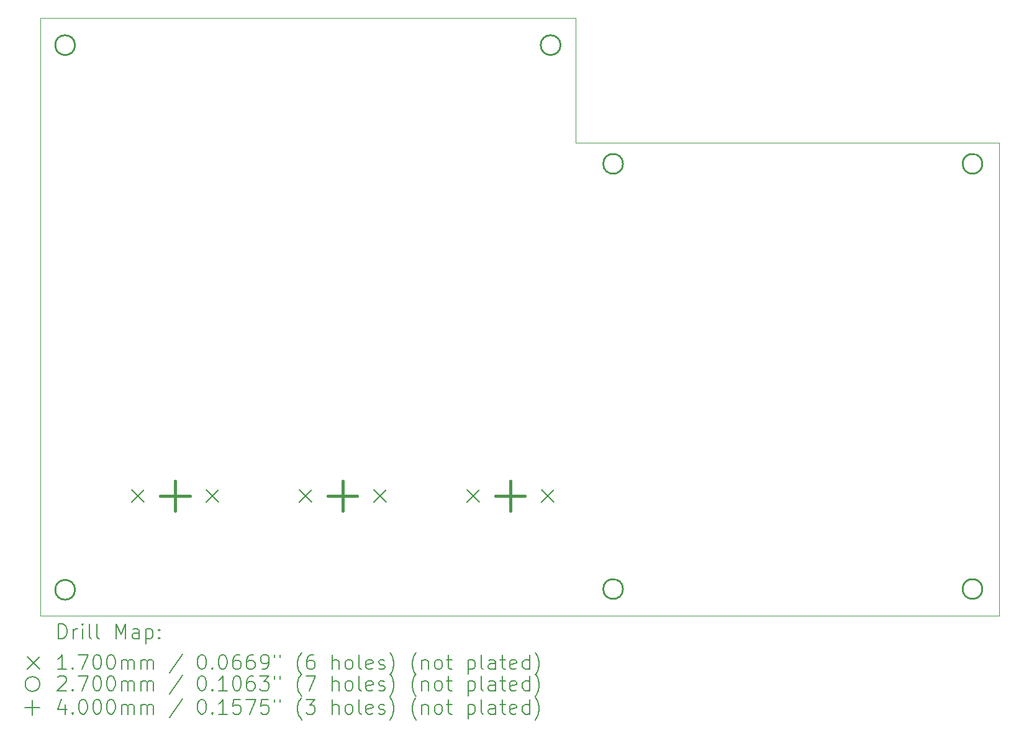
<source format=gbr>
%TF.GenerationSoftware,KiCad,Pcbnew,6.0.11*%
%TF.CreationDate,2024-07-23T18:38:11-05:00*%
%TF.ProjectId,minidexed,6d696e69-6465-4786-9564-2e6b69636164,rev?*%
%TF.SameCoordinates,Original*%
%TF.FileFunction,Drillmap*%
%TF.FilePolarity,Positive*%
%FSLAX45Y45*%
G04 Gerber Fmt 4.5, Leading zero omitted, Abs format (unit mm)*
G04 Created by KiCad (PCBNEW 6.0.11) date 2024-07-23 18:38:11*
%MOMM*%
%LPD*%
G01*
G04 APERTURE LIST*
%ADD10C,0.100000*%
%ADD11C,0.200000*%
%ADD12C,0.170000*%
%ADD13C,0.270000*%
%ADD14C,0.400000*%
G04 APERTURE END LIST*
D10*
X22525000Y-7600000D02*
X22525000Y-14050000D01*
X9450000Y-14050000D02*
X9450000Y-5900000D01*
X16750000Y-7600000D02*
X22525000Y-7600000D01*
X22525000Y-14050000D02*
X9450000Y-14050000D01*
X9450000Y-5900000D02*
X16750000Y-5900000D01*
X16750000Y-5900000D02*
X16750000Y-7600000D01*
D11*
D12*
X10697000Y-12335000D02*
X10867000Y-12505000D01*
X10867000Y-12335000D02*
X10697000Y-12505000D01*
X11713000Y-12335000D02*
X11883000Y-12505000D01*
X11883000Y-12335000D02*
X11713000Y-12505000D01*
X12982000Y-12335000D02*
X13152000Y-12505000D01*
X13152000Y-12335000D02*
X12982000Y-12505000D01*
X13998000Y-12335000D02*
X14168000Y-12505000D01*
X14168000Y-12335000D02*
X13998000Y-12505000D01*
X15267000Y-12335000D02*
X15437000Y-12505000D01*
X15437000Y-12335000D02*
X15267000Y-12505000D01*
X16283000Y-12335000D02*
X16453000Y-12505000D01*
X16453000Y-12335000D02*
X16283000Y-12505000D01*
D13*
X9925000Y-6270000D02*
G75*
G03*
X9925000Y-6270000I-135000J0D01*
G01*
X9925000Y-13700000D02*
G75*
G03*
X9925000Y-13700000I-135000J0D01*
G01*
X16545000Y-6270000D02*
G75*
G03*
X16545000Y-6270000I-135000J0D01*
G01*
X17396840Y-7889240D02*
G75*
G03*
X17396840Y-7889240I-135000J0D01*
G01*
X17396840Y-13689240D02*
G75*
G03*
X17396840Y-13689240I-135000J0D01*
G01*
X22296840Y-7889240D02*
G75*
G03*
X22296840Y-7889240I-135000J0D01*
G01*
X22296840Y-13689240D02*
G75*
G03*
X22296840Y-13689240I-135000J0D01*
G01*
D14*
X11290000Y-12220000D02*
X11290000Y-12620000D01*
X11090000Y-12420000D02*
X11490000Y-12420000D01*
X13575000Y-12220000D02*
X13575000Y-12620000D01*
X13375000Y-12420000D02*
X13775000Y-12420000D01*
X15860000Y-12220000D02*
X15860000Y-12620000D01*
X15660000Y-12420000D02*
X16060000Y-12420000D01*
D11*
X9702619Y-14365476D02*
X9702619Y-14165476D01*
X9750238Y-14165476D01*
X9778810Y-14175000D01*
X9797857Y-14194048D01*
X9807381Y-14213095D01*
X9816905Y-14251190D01*
X9816905Y-14279762D01*
X9807381Y-14317857D01*
X9797857Y-14336905D01*
X9778810Y-14355952D01*
X9750238Y-14365476D01*
X9702619Y-14365476D01*
X9902619Y-14365476D02*
X9902619Y-14232143D01*
X9902619Y-14270238D02*
X9912143Y-14251190D01*
X9921667Y-14241667D01*
X9940714Y-14232143D01*
X9959762Y-14232143D01*
X10026429Y-14365476D02*
X10026429Y-14232143D01*
X10026429Y-14165476D02*
X10016905Y-14175000D01*
X10026429Y-14184524D01*
X10035952Y-14175000D01*
X10026429Y-14165476D01*
X10026429Y-14184524D01*
X10150238Y-14365476D02*
X10131190Y-14355952D01*
X10121667Y-14336905D01*
X10121667Y-14165476D01*
X10255000Y-14365476D02*
X10235952Y-14355952D01*
X10226429Y-14336905D01*
X10226429Y-14165476D01*
X10483571Y-14365476D02*
X10483571Y-14165476D01*
X10550238Y-14308333D01*
X10616905Y-14165476D01*
X10616905Y-14365476D01*
X10797857Y-14365476D02*
X10797857Y-14260714D01*
X10788333Y-14241667D01*
X10769286Y-14232143D01*
X10731190Y-14232143D01*
X10712143Y-14241667D01*
X10797857Y-14355952D02*
X10778810Y-14365476D01*
X10731190Y-14365476D01*
X10712143Y-14355952D01*
X10702619Y-14336905D01*
X10702619Y-14317857D01*
X10712143Y-14298809D01*
X10731190Y-14289286D01*
X10778810Y-14289286D01*
X10797857Y-14279762D01*
X10893095Y-14232143D02*
X10893095Y-14432143D01*
X10893095Y-14241667D02*
X10912143Y-14232143D01*
X10950238Y-14232143D01*
X10969286Y-14241667D01*
X10978810Y-14251190D01*
X10988333Y-14270238D01*
X10988333Y-14327381D01*
X10978810Y-14346428D01*
X10969286Y-14355952D01*
X10950238Y-14365476D01*
X10912143Y-14365476D01*
X10893095Y-14355952D01*
X11074048Y-14346428D02*
X11083571Y-14355952D01*
X11074048Y-14365476D01*
X11064524Y-14355952D01*
X11074048Y-14346428D01*
X11074048Y-14365476D01*
X11074048Y-14241667D02*
X11083571Y-14251190D01*
X11074048Y-14260714D01*
X11064524Y-14251190D01*
X11074048Y-14241667D01*
X11074048Y-14260714D01*
D12*
X9275000Y-14610000D02*
X9445000Y-14780000D01*
X9445000Y-14610000D02*
X9275000Y-14780000D01*
D11*
X9807381Y-14785476D02*
X9693095Y-14785476D01*
X9750238Y-14785476D02*
X9750238Y-14585476D01*
X9731190Y-14614048D01*
X9712143Y-14633095D01*
X9693095Y-14642619D01*
X9893095Y-14766428D02*
X9902619Y-14775952D01*
X9893095Y-14785476D01*
X9883571Y-14775952D01*
X9893095Y-14766428D01*
X9893095Y-14785476D01*
X9969286Y-14585476D02*
X10102619Y-14585476D01*
X10016905Y-14785476D01*
X10216905Y-14585476D02*
X10235952Y-14585476D01*
X10255000Y-14595000D01*
X10264524Y-14604524D01*
X10274048Y-14623571D01*
X10283571Y-14661667D01*
X10283571Y-14709286D01*
X10274048Y-14747381D01*
X10264524Y-14766428D01*
X10255000Y-14775952D01*
X10235952Y-14785476D01*
X10216905Y-14785476D01*
X10197857Y-14775952D01*
X10188333Y-14766428D01*
X10178810Y-14747381D01*
X10169286Y-14709286D01*
X10169286Y-14661667D01*
X10178810Y-14623571D01*
X10188333Y-14604524D01*
X10197857Y-14595000D01*
X10216905Y-14585476D01*
X10407381Y-14585476D02*
X10426429Y-14585476D01*
X10445476Y-14595000D01*
X10455000Y-14604524D01*
X10464524Y-14623571D01*
X10474048Y-14661667D01*
X10474048Y-14709286D01*
X10464524Y-14747381D01*
X10455000Y-14766428D01*
X10445476Y-14775952D01*
X10426429Y-14785476D01*
X10407381Y-14785476D01*
X10388333Y-14775952D01*
X10378810Y-14766428D01*
X10369286Y-14747381D01*
X10359762Y-14709286D01*
X10359762Y-14661667D01*
X10369286Y-14623571D01*
X10378810Y-14604524D01*
X10388333Y-14595000D01*
X10407381Y-14585476D01*
X10559762Y-14785476D02*
X10559762Y-14652143D01*
X10559762Y-14671190D02*
X10569286Y-14661667D01*
X10588333Y-14652143D01*
X10616905Y-14652143D01*
X10635952Y-14661667D01*
X10645476Y-14680714D01*
X10645476Y-14785476D01*
X10645476Y-14680714D02*
X10655000Y-14661667D01*
X10674048Y-14652143D01*
X10702619Y-14652143D01*
X10721667Y-14661667D01*
X10731190Y-14680714D01*
X10731190Y-14785476D01*
X10826429Y-14785476D02*
X10826429Y-14652143D01*
X10826429Y-14671190D02*
X10835952Y-14661667D01*
X10855000Y-14652143D01*
X10883571Y-14652143D01*
X10902619Y-14661667D01*
X10912143Y-14680714D01*
X10912143Y-14785476D01*
X10912143Y-14680714D02*
X10921667Y-14661667D01*
X10940714Y-14652143D01*
X10969286Y-14652143D01*
X10988333Y-14661667D01*
X10997857Y-14680714D01*
X10997857Y-14785476D01*
X11388333Y-14575952D02*
X11216905Y-14833095D01*
X11645476Y-14585476D02*
X11664524Y-14585476D01*
X11683571Y-14595000D01*
X11693095Y-14604524D01*
X11702619Y-14623571D01*
X11712143Y-14661667D01*
X11712143Y-14709286D01*
X11702619Y-14747381D01*
X11693095Y-14766428D01*
X11683571Y-14775952D01*
X11664524Y-14785476D01*
X11645476Y-14785476D01*
X11626428Y-14775952D01*
X11616905Y-14766428D01*
X11607381Y-14747381D01*
X11597857Y-14709286D01*
X11597857Y-14661667D01*
X11607381Y-14623571D01*
X11616905Y-14604524D01*
X11626428Y-14595000D01*
X11645476Y-14585476D01*
X11797857Y-14766428D02*
X11807381Y-14775952D01*
X11797857Y-14785476D01*
X11788333Y-14775952D01*
X11797857Y-14766428D01*
X11797857Y-14785476D01*
X11931190Y-14585476D02*
X11950238Y-14585476D01*
X11969286Y-14595000D01*
X11978809Y-14604524D01*
X11988333Y-14623571D01*
X11997857Y-14661667D01*
X11997857Y-14709286D01*
X11988333Y-14747381D01*
X11978809Y-14766428D01*
X11969286Y-14775952D01*
X11950238Y-14785476D01*
X11931190Y-14785476D01*
X11912143Y-14775952D01*
X11902619Y-14766428D01*
X11893095Y-14747381D01*
X11883571Y-14709286D01*
X11883571Y-14661667D01*
X11893095Y-14623571D01*
X11902619Y-14604524D01*
X11912143Y-14595000D01*
X11931190Y-14585476D01*
X12169286Y-14585476D02*
X12131190Y-14585476D01*
X12112143Y-14595000D01*
X12102619Y-14604524D01*
X12083571Y-14633095D01*
X12074048Y-14671190D01*
X12074048Y-14747381D01*
X12083571Y-14766428D01*
X12093095Y-14775952D01*
X12112143Y-14785476D01*
X12150238Y-14785476D01*
X12169286Y-14775952D01*
X12178809Y-14766428D01*
X12188333Y-14747381D01*
X12188333Y-14699762D01*
X12178809Y-14680714D01*
X12169286Y-14671190D01*
X12150238Y-14661667D01*
X12112143Y-14661667D01*
X12093095Y-14671190D01*
X12083571Y-14680714D01*
X12074048Y-14699762D01*
X12359762Y-14585476D02*
X12321667Y-14585476D01*
X12302619Y-14595000D01*
X12293095Y-14604524D01*
X12274048Y-14633095D01*
X12264524Y-14671190D01*
X12264524Y-14747381D01*
X12274048Y-14766428D01*
X12283571Y-14775952D01*
X12302619Y-14785476D01*
X12340714Y-14785476D01*
X12359762Y-14775952D01*
X12369286Y-14766428D01*
X12378809Y-14747381D01*
X12378809Y-14699762D01*
X12369286Y-14680714D01*
X12359762Y-14671190D01*
X12340714Y-14661667D01*
X12302619Y-14661667D01*
X12283571Y-14671190D01*
X12274048Y-14680714D01*
X12264524Y-14699762D01*
X12474048Y-14785476D02*
X12512143Y-14785476D01*
X12531190Y-14775952D01*
X12540714Y-14766428D01*
X12559762Y-14737857D01*
X12569286Y-14699762D01*
X12569286Y-14623571D01*
X12559762Y-14604524D01*
X12550238Y-14595000D01*
X12531190Y-14585476D01*
X12493095Y-14585476D01*
X12474048Y-14595000D01*
X12464524Y-14604524D01*
X12455000Y-14623571D01*
X12455000Y-14671190D01*
X12464524Y-14690238D01*
X12474048Y-14699762D01*
X12493095Y-14709286D01*
X12531190Y-14709286D01*
X12550238Y-14699762D01*
X12559762Y-14690238D01*
X12569286Y-14671190D01*
X12645476Y-14585476D02*
X12645476Y-14623571D01*
X12721667Y-14585476D02*
X12721667Y-14623571D01*
X13016905Y-14861667D02*
X13007381Y-14852143D01*
X12988333Y-14823571D01*
X12978809Y-14804524D01*
X12969286Y-14775952D01*
X12959762Y-14728333D01*
X12959762Y-14690238D01*
X12969286Y-14642619D01*
X12978809Y-14614048D01*
X12988333Y-14595000D01*
X13007381Y-14566428D01*
X13016905Y-14556905D01*
X13178809Y-14585476D02*
X13140714Y-14585476D01*
X13121667Y-14595000D01*
X13112143Y-14604524D01*
X13093095Y-14633095D01*
X13083571Y-14671190D01*
X13083571Y-14747381D01*
X13093095Y-14766428D01*
X13102619Y-14775952D01*
X13121667Y-14785476D01*
X13159762Y-14785476D01*
X13178809Y-14775952D01*
X13188333Y-14766428D01*
X13197857Y-14747381D01*
X13197857Y-14699762D01*
X13188333Y-14680714D01*
X13178809Y-14671190D01*
X13159762Y-14661667D01*
X13121667Y-14661667D01*
X13102619Y-14671190D01*
X13093095Y-14680714D01*
X13083571Y-14699762D01*
X13435952Y-14785476D02*
X13435952Y-14585476D01*
X13521667Y-14785476D02*
X13521667Y-14680714D01*
X13512143Y-14661667D01*
X13493095Y-14652143D01*
X13464524Y-14652143D01*
X13445476Y-14661667D01*
X13435952Y-14671190D01*
X13645476Y-14785476D02*
X13626428Y-14775952D01*
X13616905Y-14766428D01*
X13607381Y-14747381D01*
X13607381Y-14690238D01*
X13616905Y-14671190D01*
X13626428Y-14661667D01*
X13645476Y-14652143D01*
X13674048Y-14652143D01*
X13693095Y-14661667D01*
X13702619Y-14671190D01*
X13712143Y-14690238D01*
X13712143Y-14747381D01*
X13702619Y-14766428D01*
X13693095Y-14775952D01*
X13674048Y-14785476D01*
X13645476Y-14785476D01*
X13826428Y-14785476D02*
X13807381Y-14775952D01*
X13797857Y-14756905D01*
X13797857Y-14585476D01*
X13978809Y-14775952D02*
X13959762Y-14785476D01*
X13921667Y-14785476D01*
X13902619Y-14775952D01*
X13893095Y-14756905D01*
X13893095Y-14680714D01*
X13902619Y-14661667D01*
X13921667Y-14652143D01*
X13959762Y-14652143D01*
X13978809Y-14661667D01*
X13988333Y-14680714D01*
X13988333Y-14699762D01*
X13893095Y-14718809D01*
X14064524Y-14775952D02*
X14083571Y-14785476D01*
X14121667Y-14785476D01*
X14140714Y-14775952D01*
X14150238Y-14756905D01*
X14150238Y-14747381D01*
X14140714Y-14728333D01*
X14121667Y-14718809D01*
X14093095Y-14718809D01*
X14074048Y-14709286D01*
X14064524Y-14690238D01*
X14064524Y-14680714D01*
X14074048Y-14661667D01*
X14093095Y-14652143D01*
X14121667Y-14652143D01*
X14140714Y-14661667D01*
X14216905Y-14861667D02*
X14226428Y-14852143D01*
X14245476Y-14823571D01*
X14255000Y-14804524D01*
X14264524Y-14775952D01*
X14274048Y-14728333D01*
X14274048Y-14690238D01*
X14264524Y-14642619D01*
X14255000Y-14614048D01*
X14245476Y-14595000D01*
X14226428Y-14566428D01*
X14216905Y-14556905D01*
X14578809Y-14861667D02*
X14569286Y-14852143D01*
X14550238Y-14823571D01*
X14540714Y-14804524D01*
X14531190Y-14775952D01*
X14521667Y-14728333D01*
X14521667Y-14690238D01*
X14531190Y-14642619D01*
X14540714Y-14614048D01*
X14550238Y-14595000D01*
X14569286Y-14566428D01*
X14578809Y-14556905D01*
X14655000Y-14652143D02*
X14655000Y-14785476D01*
X14655000Y-14671190D02*
X14664524Y-14661667D01*
X14683571Y-14652143D01*
X14712143Y-14652143D01*
X14731190Y-14661667D01*
X14740714Y-14680714D01*
X14740714Y-14785476D01*
X14864524Y-14785476D02*
X14845476Y-14775952D01*
X14835952Y-14766428D01*
X14826428Y-14747381D01*
X14826428Y-14690238D01*
X14835952Y-14671190D01*
X14845476Y-14661667D01*
X14864524Y-14652143D01*
X14893095Y-14652143D01*
X14912143Y-14661667D01*
X14921667Y-14671190D01*
X14931190Y-14690238D01*
X14931190Y-14747381D01*
X14921667Y-14766428D01*
X14912143Y-14775952D01*
X14893095Y-14785476D01*
X14864524Y-14785476D01*
X14988333Y-14652143D02*
X15064524Y-14652143D01*
X15016905Y-14585476D02*
X15016905Y-14756905D01*
X15026428Y-14775952D01*
X15045476Y-14785476D01*
X15064524Y-14785476D01*
X15283571Y-14652143D02*
X15283571Y-14852143D01*
X15283571Y-14661667D02*
X15302619Y-14652143D01*
X15340714Y-14652143D01*
X15359762Y-14661667D01*
X15369286Y-14671190D01*
X15378809Y-14690238D01*
X15378809Y-14747381D01*
X15369286Y-14766428D01*
X15359762Y-14775952D01*
X15340714Y-14785476D01*
X15302619Y-14785476D01*
X15283571Y-14775952D01*
X15493095Y-14785476D02*
X15474048Y-14775952D01*
X15464524Y-14756905D01*
X15464524Y-14585476D01*
X15655000Y-14785476D02*
X15655000Y-14680714D01*
X15645476Y-14661667D01*
X15626428Y-14652143D01*
X15588333Y-14652143D01*
X15569286Y-14661667D01*
X15655000Y-14775952D02*
X15635952Y-14785476D01*
X15588333Y-14785476D01*
X15569286Y-14775952D01*
X15559762Y-14756905D01*
X15559762Y-14737857D01*
X15569286Y-14718809D01*
X15588333Y-14709286D01*
X15635952Y-14709286D01*
X15655000Y-14699762D01*
X15721667Y-14652143D02*
X15797857Y-14652143D01*
X15750238Y-14585476D02*
X15750238Y-14756905D01*
X15759762Y-14775952D01*
X15778809Y-14785476D01*
X15797857Y-14785476D01*
X15940714Y-14775952D02*
X15921667Y-14785476D01*
X15883571Y-14785476D01*
X15864524Y-14775952D01*
X15855000Y-14756905D01*
X15855000Y-14680714D01*
X15864524Y-14661667D01*
X15883571Y-14652143D01*
X15921667Y-14652143D01*
X15940714Y-14661667D01*
X15950238Y-14680714D01*
X15950238Y-14699762D01*
X15855000Y-14718809D01*
X16121667Y-14785476D02*
X16121667Y-14585476D01*
X16121667Y-14775952D02*
X16102619Y-14785476D01*
X16064524Y-14785476D01*
X16045476Y-14775952D01*
X16035952Y-14766428D01*
X16026428Y-14747381D01*
X16026428Y-14690238D01*
X16035952Y-14671190D01*
X16045476Y-14661667D01*
X16064524Y-14652143D01*
X16102619Y-14652143D01*
X16121667Y-14661667D01*
X16197857Y-14861667D02*
X16207381Y-14852143D01*
X16226428Y-14823571D01*
X16235952Y-14804524D01*
X16245476Y-14775952D01*
X16255000Y-14728333D01*
X16255000Y-14690238D01*
X16245476Y-14642619D01*
X16235952Y-14614048D01*
X16226428Y-14595000D01*
X16207381Y-14566428D01*
X16197857Y-14556905D01*
X9445000Y-14985000D02*
G75*
G03*
X9445000Y-14985000I-100000J0D01*
G01*
X9693095Y-14894524D02*
X9702619Y-14885000D01*
X9721667Y-14875476D01*
X9769286Y-14875476D01*
X9788333Y-14885000D01*
X9797857Y-14894524D01*
X9807381Y-14913571D01*
X9807381Y-14932619D01*
X9797857Y-14961190D01*
X9683571Y-15075476D01*
X9807381Y-15075476D01*
X9893095Y-15056428D02*
X9902619Y-15065952D01*
X9893095Y-15075476D01*
X9883571Y-15065952D01*
X9893095Y-15056428D01*
X9893095Y-15075476D01*
X9969286Y-14875476D02*
X10102619Y-14875476D01*
X10016905Y-15075476D01*
X10216905Y-14875476D02*
X10235952Y-14875476D01*
X10255000Y-14885000D01*
X10264524Y-14894524D01*
X10274048Y-14913571D01*
X10283571Y-14951667D01*
X10283571Y-14999286D01*
X10274048Y-15037381D01*
X10264524Y-15056428D01*
X10255000Y-15065952D01*
X10235952Y-15075476D01*
X10216905Y-15075476D01*
X10197857Y-15065952D01*
X10188333Y-15056428D01*
X10178810Y-15037381D01*
X10169286Y-14999286D01*
X10169286Y-14951667D01*
X10178810Y-14913571D01*
X10188333Y-14894524D01*
X10197857Y-14885000D01*
X10216905Y-14875476D01*
X10407381Y-14875476D02*
X10426429Y-14875476D01*
X10445476Y-14885000D01*
X10455000Y-14894524D01*
X10464524Y-14913571D01*
X10474048Y-14951667D01*
X10474048Y-14999286D01*
X10464524Y-15037381D01*
X10455000Y-15056428D01*
X10445476Y-15065952D01*
X10426429Y-15075476D01*
X10407381Y-15075476D01*
X10388333Y-15065952D01*
X10378810Y-15056428D01*
X10369286Y-15037381D01*
X10359762Y-14999286D01*
X10359762Y-14951667D01*
X10369286Y-14913571D01*
X10378810Y-14894524D01*
X10388333Y-14885000D01*
X10407381Y-14875476D01*
X10559762Y-15075476D02*
X10559762Y-14942143D01*
X10559762Y-14961190D02*
X10569286Y-14951667D01*
X10588333Y-14942143D01*
X10616905Y-14942143D01*
X10635952Y-14951667D01*
X10645476Y-14970714D01*
X10645476Y-15075476D01*
X10645476Y-14970714D02*
X10655000Y-14951667D01*
X10674048Y-14942143D01*
X10702619Y-14942143D01*
X10721667Y-14951667D01*
X10731190Y-14970714D01*
X10731190Y-15075476D01*
X10826429Y-15075476D02*
X10826429Y-14942143D01*
X10826429Y-14961190D02*
X10835952Y-14951667D01*
X10855000Y-14942143D01*
X10883571Y-14942143D01*
X10902619Y-14951667D01*
X10912143Y-14970714D01*
X10912143Y-15075476D01*
X10912143Y-14970714D02*
X10921667Y-14951667D01*
X10940714Y-14942143D01*
X10969286Y-14942143D01*
X10988333Y-14951667D01*
X10997857Y-14970714D01*
X10997857Y-15075476D01*
X11388333Y-14865952D02*
X11216905Y-15123095D01*
X11645476Y-14875476D02*
X11664524Y-14875476D01*
X11683571Y-14885000D01*
X11693095Y-14894524D01*
X11702619Y-14913571D01*
X11712143Y-14951667D01*
X11712143Y-14999286D01*
X11702619Y-15037381D01*
X11693095Y-15056428D01*
X11683571Y-15065952D01*
X11664524Y-15075476D01*
X11645476Y-15075476D01*
X11626428Y-15065952D01*
X11616905Y-15056428D01*
X11607381Y-15037381D01*
X11597857Y-14999286D01*
X11597857Y-14951667D01*
X11607381Y-14913571D01*
X11616905Y-14894524D01*
X11626428Y-14885000D01*
X11645476Y-14875476D01*
X11797857Y-15056428D02*
X11807381Y-15065952D01*
X11797857Y-15075476D01*
X11788333Y-15065952D01*
X11797857Y-15056428D01*
X11797857Y-15075476D01*
X11997857Y-15075476D02*
X11883571Y-15075476D01*
X11940714Y-15075476D02*
X11940714Y-14875476D01*
X11921667Y-14904048D01*
X11902619Y-14923095D01*
X11883571Y-14932619D01*
X12121667Y-14875476D02*
X12140714Y-14875476D01*
X12159762Y-14885000D01*
X12169286Y-14894524D01*
X12178809Y-14913571D01*
X12188333Y-14951667D01*
X12188333Y-14999286D01*
X12178809Y-15037381D01*
X12169286Y-15056428D01*
X12159762Y-15065952D01*
X12140714Y-15075476D01*
X12121667Y-15075476D01*
X12102619Y-15065952D01*
X12093095Y-15056428D01*
X12083571Y-15037381D01*
X12074048Y-14999286D01*
X12074048Y-14951667D01*
X12083571Y-14913571D01*
X12093095Y-14894524D01*
X12102619Y-14885000D01*
X12121667Y-14875476D01*
X12359762Y-14875476D02*
X12321667Y-14875476D01*
X12302619Y-14885000D01*
X12293095Y-14894524D01*
X12274048Y-14923095D01*
X12264524Y-14961190D01*
X12264524Y-15037381D01*
X12274048Y-15056428D01*
X12283571Y-15065952D01*
X12302619Y-15075476D01*
X12340714Y-15075476D01*
X12359762Y-15065952D01*
X12369286Y-15056428D01*
X12378809Y-15037381D01*
X12378809Y-14989762D01*
X12369286Y-14970714D01*
X12359762Y-14961190D01*
X12340714Y-14951667D01*
X12302619Y-14951667D01*
X12283571Y-14961190D01*
X12274048Y-14970714D01*
X12264524Y-14989762D01*
X12445476Y-14875476D02*
X12569286Y-14875476D01*
X12502619Y-14951667D01*
X12531190Y-14951667D01*
X12550238Y-14961190D01*
X12559762Y-14970714D01*
X12569286Y-14989762D01*
X12569286Y-15037381D01*
X12559762Y-15056428D01*
X12550238Y-15065952D01*
X12531190Y-15075476D01*
X12474048Y-15075476D01*
X12455000Y-15065952D01*
X12445476Y-15056428D01*
X12645476Y-14875476D02*
X12645476Y-14913571D01*
X12721667Y-14875476D02*
X12721667Y-14913571D01*
X13016905Y-15151667D02*
X13007381Y-15142143D01*
X12988333Y-15113571D01*
X12978809Y-15094524D01*
X12969286Y-15065952D01*
X12959762Y-15018333D01*
X12959762Y-14980238D01*
X12969286Y-14932619D01*
X12978809Y-14904048D01*
X12988333Y-14885000D01*
X13007381Y-14856428D01*
X13016905Y-14846905D01*
X13074048Y-14875476D02*
X13207381Y-14875476D01*
X13121667Y-15075476D01*
X13435952Y-15075476D02*
X13435952Y-14875476D01*
X13521667Y-15075476D02*
X13521667Y-14970714D01*
X13512143Y-14951667D01*
X13493095Y-14942143D01*
X13464524Y-14942143D01*
X13445476Y-14951667D01*
X13435952Y-14961190D01*
X13645476Y-15075476D02*
X13626428Y-15065952D01*
X13616905Y-15056428D01*
X13607381Y-15037381D01*
X13607381Y-14980238D01*
X13616905Y-14961190D01*
X13626428Y-14951667D01*
X13645476Y-14942143D01*
X13674048Y-14942143D01*
X13693095Y-14951667D01*
X13702619Y-14961190D01*
X13712143Y-14980238D01*
X13712143Y-15037381D01*
X13702619Y-15056428D01*
X13693095Y-15065952D01*
X13674048Y-15075476D01*
X13645476Y-15075476D01*
X13826428Y-15075476D02*
X13807381Y-15065952D01*
X13797857Y-15046905D01*
X13797857Y-14875476D01*
X13978809Y-15065952D02*
X13959762Y-15075476D01*
X13921667Y-15075476D01*
X13902619Y-15065952D01*
X13893095Y-15046905D01*
X13893095Y-14970714D01*
X13902619Y-14951667D01*
X13921667Y-14942143D01*
X13959762Y-14942143D01*
X13978809Y-14951667D01*
X13988333Y-14970714D01*
X13988333Y-14989762D01*
X13893095Y-15008809D01*
X14064524Y-15065952D02*
X14083571Y-15075476D01*
X14121667Y-15075476D01*
X14140714Y-15065952D01*
X14150238Y-15046905D01*
X14150238Y-15037381D01*
X14140714Y-15018333D01*
X14121667Y-15008809D01*
X14093095Y-15008809D01*
X14074048Y-14999286D01*
X14064524Y-14980238D01*
X14064524Y-14970714D01*
X14074048Y-14951667D01*
X14093095Y-14942143D01*
X14121667Y-14942143D01*
X14140714Y-14951667D01*
X14216905Y-15151667D02*
X14226428Y-15142143D01*
X14245476Y-15113571D01*
X14255000Y-15094524D01*
X14264524Y-15065952D01*
X14274048Y-15018333D01*
X14274048Y-14980238D01*
X14264524Y-14932619D01*
X14255000Y-14904048D01*
X14245476Y-14885000D01*
X14226428Y-14856428D01*
X14216905Y-14846905D01*
X14578809Y-15151667D02*
X14569286Y-15142143D01*
X14550238Y-15113571D01*
X14540714Y-15094524D01*
X14531190Y-15065952D01*
X14521667Y-15018333D01*
X14521667Y-14980238D01*
X14531190Y-14932619D01*
X14540714Y-14904048D01*
X14550238Y-14885000D01*
X14569286Y-14856428D01*
X14578809Y-14846905D01*
X14655000Y-14942143D02*
X14655000Y-15075476D01*
X14655000Y-14961190D02*
X14664524Y-14951667D01*
X14683571Y-14942143D01*
X14712143Y-14942143D01*
X14731190Y-14951667D01*
X14740714Y-14970714D01*
X14740714Y-15075476D01*
X14864524Y-15075476D02*
X14845476Y-15065952D01*
X14835952Y-15056428D01*
X14826428Y-15037381D01*
X14826428Y-14980238D01*
X14835952Y-14961190D01*
X14845476Y-14951667D01*
X14864524Y-14942143D01*
X14893095Y-14942143D01*
X14912143Y-14951667D01*
X14921667Y-14961190D01*
X14931190Y-14980238D01*
X14931190Y-15037381D01*
X14921667Y-15056428D01*
X14912143Y-15065952D01*
X14893095Y-15075476D01*
X14864524Y-15075476D01*
X14988333Y-14942143D02*
X15064524Y-14942143D01*
X15016905Y-14875476D02*
X15016905Y-15046905D01*
X15026428Y-15065952D01*
X15045476Y-15075476D01*
X15064524Y-15075476D01*
X15283571Y-14942143D02*
X15283571Y-15142143D01*
X15283571Y-14951667D02*
X15302619Y-14942143D01*
X15340714Y-14942143D01*
X15359762Y-14951667D01*
X15369286Y-14961190D01*
X15378809Y-14980238D01*
X15378809Y-15037381D01*
X15369286Y-15056428D01*
X15359762Y-15065952D01*
X15340714Y-15075476D01*
X15302619Y-15075476D01*
X15283571Y-15065952D01*
X15493095Y-15075476D02*
X15474048Y-15065952D01*
X15464524Y-15046905D01*
X15464524Y-14875476D01*
X15655000Y-15075476D02*
X15655000Y-14970714D01*
X15645476Y-14951667D01*
X15626428Y-14942143D01*
X15588333Y-14942143D01*
X15569286Y-14951667D01*
X15655000Y-15065952D02*
X15635952Y-15075476D01*
X15588333Y-15075476D01*
X15569286Y-15065952D01*
X15559762Y-15046905D01*
X15559762Y-15027857D01*
X15569286Y-15008809D01*
X15588333Y-14999286D01*
X15635952Y-14999286D01*
X15655000Y-14989762D01*
X15721667Y-14942143D02*
X15797857Y-14942143D01*
X15750238Y-14875476D02*
X15750238Y-15046905D01*
X15759762Y-15065952D01*
X15778809Y-15075476D01*
X15797857Y-15075476D01*
X15940714Y-15065952D02*
X15921667Y-15075476D01*
X15883571Y-15075476D01*
X15864524Y-15065952D01*
X15855000Y-15046905D01*
X15855000Y-14970714D01*
X15864524Y-14951667D01*
X15883571Y-14942143D01*
X15921667Y-14942143D01*
X15940714Y-14951667D01*
X15950238Y-14970714D01*
X15950238Y-14989762D01*
X15855000Y-15008809D01*
X16121667Y-15075476D02*
X16121667Y-14875476D01*
X16121667Y-15065952D02*
X16102619Y-15075476D01*
X16064524Y-15075476D01*
X16045476Y-15065952D01*
X16035952Y-15056428D01*
X16026428Y-15037381D01*
X16026428Y-14980238D01*
X16035952Y-14961190D01*
X16045476Y-14951667D01*
X16064524Y-14942143D01*
X16102619Y-14942143D01*
X16121667Y-14951667D01*
X16197857Y-15151667D02*
X16207381Y-15142143D01*
X16226428Y-15113571D01*
X16235952Y-15094524D01*
X16245476Y-15065952D01*
X16255000Y-15018333D01*
X16255000Y-14980238D01*
X16245476Y-14932619D01*
X16235952Y-14904048D01*
X16226428Y-14885000D01*
X16207381Y-14856428D01*
X16197857Y-14846905D01*
X9345000Y-15205000D02*
X9345000Y-15405000D01*
X9245000Y-15305000D02*
X9445000Y-15305000D01*
X9788333Y-15262143D02*
X9788333Y-15395476D01*
X9740714Y-15185952D02*
X9693095Y-15328809D01*
X9816905Y-15328809D01*
X9893095Y-15376428D02*
X9902619Y-15385952D01*
X9893095Y-15395476D01*
X9883571Y-15385952D01*
X9893095Y-15376428D01*
X9893095Y-15395476D01*
X10026429Y-15195476D02*
X10045476Y-15195476D01*
X10064524Y-15205000D01*
X10074048Y-15214524D01*
X10083571Y-15233571D01*
X10093095Y-15271667D01*
X10093095Y-15319286D01*
X10083571Y-15357381D01*
X10074048Y-15376428D01*
X10064524Y-15385952D01*
X10045476Y-15395476D01*
X10026429Y-15395476D01*
X10007381Y-15385952D01*
X9997857Y-15376428D01*
X9988333Y-15357381D01*
X9978810Y-15319286D01*
X9978810Y-15271667D01*
X9988333Y-15233571D01*
X9997857Y-15214524D01*
X10007381Y-15205000D01*
X10026429Y-15195476D01*
X10216905Y-15195476D02*
X10235952Y-15195476D01*
X10255000Y-15205000D01*
X10264524Y-15214524D01*
X10274048Y-15233571D01*
X10283571Y-15271667D01*
X10283571Y-15319286D01*
X10274048Y-15357381D01*
X10264524Y-15376428D01*
X10255000Y-15385952D01*
X10235952Y-15395476D01*
X10216905Y-15395476D01*
X10197857Y-15385952D01*
X10188333Y-15376428D01*
X10178810Y-15357381D01*
X10169286Y-15319286D01*
X10169286Y-15271667D01*
X10178810Y-15233571D01*
X10188333Y-15214524D01*
X10197857Y-15205000D01*
X10216905Y-15195476D01*
X10407381Y-15195476D02*
X10426429Y-15195476D01*
X10445476Y-15205000D01*
X10455000Y-15214524D01*
X10464524Y-15233571D01*
X10474048Y-15271667D01*
X10474048Y-15319286D01*
X10464524Y-15357381D01*
X10455000Y-15376428D01*
X10445476Y-15385952D01*
X10426429Y-15395476D01*
X10407381Y-15395476D01*
X10388333Y-15385952D01*
X10378810Y-15376428D01*
X10369286Y-15357381D01*
X10359762Y-15319286D01*
X10359762Y-15271667D01*
X10369286Y-15233571D01*
X10378810Y-15214524D01*
X10388333Y-15205000D01*
X10407381Y-15195476D01*
X10559762Y-15395476D02*
X10559762Y-15262143D01*
X10559762Y-15281190D02*
X10569286Y-15271667D01*
X10588333Y-15262143D01*
X10616905Y-15262143D01*
X10635952Y-15271667D01*
X10645476Y-15290714D01*
X10645476Y-15395476D01*
X10645476Y-15290714D02*
X10655000Y-15271667D01*
X10674048Y-15262143D01*
X10702619Y-15262143D01*
X10721667Y-15271667D01*
X10731190Y-15290714D01*
X10731190Y-15395476D01*
X10826429Y-15395476D02*
X10826429Y-15262143D01*
X10826429Y-15281190D02*
X10835952Y-15271667D01*
X10855000Y-15262143D01*
X10883571Y-15262143D01*
X10902619Y-15271667D01*
X10912143Y-15290714D01*
X10912143Y-15395476D01*
X10912143Y-15290714D02*
X10921667Y-15271667D01*
X10940714Y-15262143D01*
X10969286Y-15262143D01*
X10988333Y-15271667D01*
X10997857Y-15290714D01*
X10997857Y-15395476D01*
X11388333Y-15185952D02*
X11216905Y-15443095D01*
X11645476Y-15195476D02*
X11664524Y-15195476D01*
X11683571Y-15205000D01*
X11693095Y-15214524D01*
X11702619Y-15233571D01*
X11712143Y-15271667D01*
X11712143Y-15319286D01*
X11702619Y-15357381D01*
X11693095Y-15376428D01*
X11683571Y-15385952D01*
X11664524Y-15395476D01*
X11645476Y-15395476D01*
X11626428Y-15385952D01*
X11616905Y-15376428D01*
X11607381Y-15357381D01*
X11597857Y-15319286D01*
X11597857Y-15271667D01*
X11607381Y-15233571D01*
X11616905Y-15214524D01*
X11626428Y-15205000D01*
X11645476Y-15195476D01*
X11797857Y-15376428D02*
X11807381Y-15385952D01*
X11797857Y-15395476D01*
X11788333Y-15385952D01*
X11797857Y-15376428D01*
X11797857Y-15395476D01*
X11997857Y-15395476D02*
X11883571Y-15395476D01*
X11940714Y-15395476D02*
X11940714Y-15195476D01*
X11921667Y-15224048D01*
X11902619Y-15243095D01*
X11883571Y-15252619D01*
X12178809Y-15195476D02*
X12083571Y-15195476D01*
X12074048Y-15290714D01*
X12083571Y-15281190D01*
X12102619Y-15271667D01*
X12150238Y-15271667D01*
X12169286Y-15281190D01*
X12178809Y-15290714D01*
X12188333Y-15309762D01*
X12188333Y-15357381D01*
X12178809Y-15376428D01*
X12169286Y-15385952D01*
X12150238Y-15395476D01*
X12102619Y-15395476D01*
X12083571Y-15385952D01*
X12074048Y-15376428D01*
X12255000Y-15195476D02*
X12388333Y-15195476D01*
X12302619Y-15395476D01*
X12559762Y-15195476D02*
X12464524Y-15195476D01*
X12455000Y-15290714D01*
X12464524Y-15281190D01*
X12483571Y-15271667D01*
X12531190Y-15271667D01*
X12550238Y-15281190D01*
X12559762Y-15290714D01*
X12569286Y-15309762D01*
X12569286Y-15357381D01*
X12559762Y-15376428D01*
X12550238Y-15385952D01*
X12531190Y-15395476D01*
X12483571Y-15395476D01*
X12464524Y-15385952D01*
X12455000Y-15376428D01*
X12645476Y-15195476D02*
X12645476Y-15233571D01*
X12721667Y-15195476D02*
X12721667Y-15233571D01*
X13016905Y-15471667D02*
X13007381Y-15462143D01*
X12988333Y-15433571D01*
X12978809Y-15414524D01*
X12969286Y-15385952D01*
X12959762Y-15338333D01*
X12959762Y-15300238D01*
X12969286Y-15252619D01*
X12978809Y-15224048D01*
X12988333Y-15205000D01*
X13007381Y-15176428D01*
X13016905Y-15166905D01*
X13074048Y-15195476D02*
X13197857Y-15195476D01*
X13131190Y-15271667D01*
X13159762Y-15271667D01*
X13178809Y-15281190D01*
X13188333Y-15290714D01*
X13197857Y-15309762D01*
X13197857Y-15357381D01*
X13188333Y-15376428D01*
X13178809Y-15385952D01*
X13159762Y-15395476D01*
X13102619Y-15395476D01*
X13083571Y-15385952D01*
X13074048Y-15376428D01*
X13435952Y-15395476D02*
X13435952Y-15195476D01*
X13521667Y-15395476D02*
X13521667Y-15290714D01*
X13512143Y-15271667D01*
X13493095Y-15262143D01*
X13464524Y-15262143D01*
X13445476Y-15271667D01*
X13435952Y-15281190D01*
X13645476Y-15395476D02*
X13626428Y-15385952D01*
X13616905Y-15376428D01*
X13607381Y-15357381D01*
X13607381Y-15300238D01*
X13616905Y-15281190D01*
X13626428Y-15271667D01*
X13645476Y-15262143D01*
X13674048Y-15262143D01*
X13693095Y-15271667D01*
X13702619Y-15281190D01*
X13712143Y-15300238D01*
X13712143Y-15357381D01*
X13702619Y-15376428D01*
X13693095Y-15385952D01*
X13674048Y-15395476D01*
X13645476Y-15395476D01*
X13826428Y-15395476D02*
X13807381Y-15385952D01*
X13797857Y-15366905D01*
X13797857Y-15195476D01*
X13978809Y-15385952D02*
X13959762Y-15395476D01*
X13921667Y-15395476D01*
X13902619Y-15385952D01*
X13893095Y-15366905D01*
X13893095Y-15290714D01*
X13902619Y-15271667D01*
X13921667Y-15262143D01*
X13959762Y-15262143D01*
X13978809Y-15271667D01*
X13988333Y-15290714D01*
X13988333Y-15309762D01*
X13893095Y-15328809D01*
X14064524Y-15385952D02*
X14083571Y-15395476D01*
X14121667Y-15395476D01*
X14140714Y-15385952D01*
X14150238Y-15366905D01*
X14150238Y-15357381D01*
X14140714Y-15338333D01*
X14121667Y-15328809D01*
X14093095Y-15328809D01*
X14074048Y-15319286D01*
X14064524Y-15300238D01*
X14064524Y-15290714D01*
X14074048Y-15271667D01*
X14093095Y-15262143D01*
X14121667Y-15262143D01*
X14140714Y-15271667D01*
X14216905Y-15471667D02*
X14226428Y-15462143D01*
X14245476Y-15433571D01*
X14255000Y-15414524D01*
X14264524Y-15385952D01*
X14274048Y-15338333D01*
X14274048Y-15300238D01*
X14264524Y-15252619D01*
X14255000Y-15224048D01*
X14245476Y-15205000D01*
X14226428Y-15176428D01*
X14216905Y-15166905D01*
X14578809Y-15471667D02*
X14569286Y-15462143D01*
X14550238Y-15433571D01*
X14540714Y-15414524D01*
X14531190Y-15385952D01*
X14521667Y-15338333D01*
X14521667Y-15300238D01*
X14531190Y-15252619D01*
X14540714Y-15224048D01*
X14550238Y-15205000D01*
X14569286Y-15176428D01*
X14578809Y-15166905D01*
X14655000Y-15262143D02*
X14655000Y-15395476D01*
X14655000Y-15281190D02*
X14664524Y-15271667D01*
X14683571Y-15262143D01*
X14712143Y-15262143D01*
X14731190Y-15271667D01*
X14740714Y-15290714D01*
X14740714Y-15395476D01*
X14864524Y-15395476D02*
X14845476Y-15385952D01*
X14835952Y-15376428D01*
X14826428Y-15357381D01*
X14826428Y-15300238D01*
X14835952Y-15281190D01*
X14845476Y-15271667D01*
X14864524Y-15262143D01*
X14893095Y-15262143D01*
X14912143Y-15271667D01*
X14921667Y-15281190D01*
X14931190Y-15300238D01*
X14931190Y-15357381D01*
X14921667Y-15376428D01*
X14912143Y-15385952D01*
X14893095Y-15395476D01*
X14864524Y-15395476D01*
X14988333Y-15262143D02*
X15064524Y-15262143D01*
X15016905Y-15195476D02*
X15016905Y-15366905D01*
X15026428Y-15385952D01*
X15045476Y-15395476D01*
X15064524Y-15395476D01*
X15283571Y-15262143D02*
X15283571Y-15462143D01*
X15283571Y-15271667D02*
X15302619Y-15262143D01*
X15340714Y-15262143D01*
X15359762Y-15271667D01*
X15369286Y-15281190D01*
X15378809Y-15300238D01*
X15378809Y-15357381D01*
X15369286Y-15376428D01*
X15359762Y-15385952D01*
X15340714Y-15395476D01*
X15302619Y-15395476D01*
X15283571Y-15385952D01*
X15493095Y-15395476D02*
X15474048Y-15385952D01*
X15464524Y-15366905D01*
X15464524Y-15195476D01*
X15655000Y-15395476D02*
X15655000Y-15290714D01*
X15645476Y-15271667D01*
X15626428Y-15262143D01*
X15588333Y-15262143D01*
X15569286Y-15271667D01*
X15655000Y-15385952D02*
X15635952Y-15395476D01*
X15588333Y-15395476D01*
X15569286Y-15385952D01*
X15559762Y-15366905D01*
X15559762Y-15347857D01*
X15569286Y-15328809D01*
X15588333Y-15319286D01*
X15635952Y-15319286D01*
X15655000Y-15309762D01*
X15721667Y-15262143D02*
X15797857Y-15262143D01*
X15750238Y-15195476D02*
X15750238Y-15366905D01*
X15759762Y-15385952D01*
X15778809Y-15395476D01*
X15797857Y-15395476D01*
X15940714Y-15385952D02*
X15921667Y-15395476D01*
X15883571Y-15395476D01*
X15864524Y-15385952D01*
X15855000Y-15366905D01*
X15855000Y-15290714D01*
X15864524Y-15271667D01*
X15883571Y-15262143D01*
X15921667Y-15262143D01*
X15940714Y-15271667D01*
X15950238Y-15290714D01*
X15950238Y-15309762D01*
X15855000Y-15328809D01*
X16121667Y-15395476D02*
X16121667Y-15195476D01*
X16121667Y-15385952D02*
X16102619Y-15395476D01*
X16064524Y-15395476D01*
X16045476Y-15385952D01*
X16035952Y-15376428D01*
X16026428Y-15357381D01*
X16026428Y-15300238D01*
X16035952Y-15281190D01*
X16045476Y-15271667D01*
X16064524Y-15262143D01*
X16102619Y-15262143D01*
X16121667Y-15271667D01*
X16197857Y-15471667D02*
X16207381Y-15462143D01*
X16226428Y-15433571D01*
X16235952Y-15414524D01*
X16245476Y-15385952D01*
X16255000Y-15338333D01*
X16255000Y-15300238D01*
X16245476Y-15252619D01*
X16235952Y-15224048D01*
X16226428Y-15205000D01*
X16207381Y-15176428D01*
X16197857Y-15166905D01*
M02*

</source>
